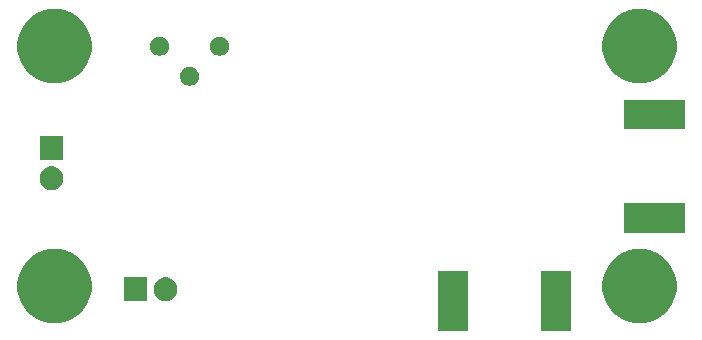
<source format=gbs>
G04 #@! TF.GenerationSoftware,KiCad,Pcbnew,5.1.4-e60b266~84~ubuntu18.04.1*
G04 #@! TF.CreationDate,2019-08-20T22:32:04+01:00*
G04 #@! TF.ProjectId,vctcxo-ref,76637463-786f-42d7-9265-662e6b696361,rev?*
G04 #@! TF.SameCoordinates,Original*
G04 #@! TF.FileFunction,Soldermask,Bot*
G04 #@! TF.FilePolarity,Negative*
%FSLAX46Y46*%
G04 Gerber Fmt 4.6, Leading zero omitted, Abs format (unit mm)*
G04 Created by KiCad (PCBNEW 5.1.4-e60b266~84~ubuntu18.04.1) date 2019-08-20 22:32:04*
%MOMM*%
%LPD*%
G04 APERTURE LIST*
%ADD10C,0.100000*%
G04 APERTURE END LIST*
D10*
G36*
X120066000Y-128281000D02*
G01*
X117564000Y-128281000D01*
X117564000Y-123179000D01*
X120066000Y-123179000D01*
X120066000Y-128281000D01*
X120066000Y-128281000D01*
G37*
G36*
X128816000Y-128281000D02*
G01*
X126314000Y-128281000D01*
X126314000Y-123179000D01*
X128816000Y-123179000D01*
X128816000Y-128281000D01*
X128816000Y-128281000D01*
G37*
G36*
X135016849Y-121327226D02*
G01*
X135538821Y-121431052D01*
X136112085Y-121668506D01*
X136628008Y-122013235D01*
X137066765Y-122451992D01*
X137411494Y-122967915D01*
X137648948Y-123541179D01*
X137770000Y-124149752D01*
X137770000Y-124770248D01*
X137648948Y-125378821D01*
X137411494Y-125952085D01*
X137066765Y-126468008D01*
X136628008Y-126906765D01*
X136112085Y-127251494D01*
X135538821Y-127488948D01*
X135016849Y-127592774D01*
X134930249Y-127610000D01*
X134309751Y-127610000D01*
X134223151Y-127592774D01*
X133701179Y-127488948D01*
X133127915Y-127251494D01*
X132611992Y-126906765D01*
X132173235Y-126468008D01*
X131828506Y-125952085D01*
X131591052Y-125378821D01*
X131470000Y-124770248D01*
X131470000Y-124149752D01*
X131591052Y-123541179D01*
X131828506Y-122967915D01*
X132173235Y-122451992D01*
X132611992Y-122013235D01*
X133127915Y-121668506D01*
X133701179Y-121431052D01*
X134223151Y-121327226D01*
X134309751Y-121310000D01*
X134930249Y-121310000D01*
X135016849Y-121327226D01*
X135016849Y-121327226D01*
G37*
G36*
X85486849Y-121327226D02*
G01*
X86008821Y-121431052D01*
X86582085Y-121668506D01*
X87098008Y-122013235D01*
X87536765Y-122451992D01*
X87881494Y-122967915D01*
X88118948Y-123541179D01*
X88240000Y-124149752D01*
X88240000Y-124770248D01*
X88118948Y-125378821D01*
X87881494Y-125952085D01*
X87536765Y-126468008D01*
X87098008Y-126906765D01*
X86582085Y-127251494D01*
X86008821Y-127488948D01*
X85486849Y-127592774D01*
X85400249Y-127610000D01*
X84779751Y-127610000D01*
X84693151Y-127592774D01*
X84171179Y-127488948D01*
X83597915Y-127251494D01*
X83081992Y-126906765D01*
X82643235Y-126468008D01*
X82298506Y-125952085D01*
X82061052Y-125378821D01*
X81940000Y-124770248D01*
X81940000Y-124149752D01*
X82061052Y-123541179D01*
X82298506Y-122967915D01*
X82643235Y-122451992D01*
X83081992Y-122013235D01*
X83597915Y-121668506D01*
X84171179Y-121431052D01*
X84693151Y-121327226D01*
X84779751Y-121310000D01*
X85400249Y-121310000D01*
X85486849Y-121327226D01*
X85486849Y-121327226D01*
G37*
G36*
X92949000Y-125715000D02*
G01*
X90947000Y-125715000D01*
X90947000Y-123713000D01*
X92949000Y-123713000D01*
X92949000Y-125715000D01*
X92949000Y-125715000D01*
G37*
G36*
X94779981Y-123751468D02*
G01*
X94962151Y-123826926D01*
X95126100Y-123936473D01*
X95265527Y-124075900D01*
X95375074Y-124239849D01*
X95450532Y-124422019D01*
X95489000Y-124615410D01*
X95489000Y-124812590D01*
X95450532Y-125005981D01*
X95375074Y-125188151D01*
X95265527Y-125352100D01*
X95126100Y-125491527D01*
X94962151Y-125601074D01*
X94779981Y-125676532D01*
X94586591Y-125715000D01*
X94389409Y-125715000D01*
X94196019Y-125676532D01*
X94013849Y-125601074D01*
X93849900Y-125491527D01*
X93710473Y-125352100D01*
X93600926Y-125188151D01*
X93525468Y-125005981D01*
X93487000Y-124812590D01*
X93487000Y-124615410D01*
X93525468Y-124422019D01*
X93600926Y-124239849D01*
X93710473Y-124075900D01*
X93849900Y-123936473D01*
X94013849Y-123826926D01*
X94196019Y-123751468D01*
X94389409Y-123713000D01*
X94586591Y-123713000D01*
X94779981Y-123751468D01*
X94779981Y-123751468D01*
G37*
G36*
X138441000Y-119926000D02*
G01*
X133339000Y-119926000D01*
X133339000Y-117424000D01*
X138441000Y-117424000D01*
X138441000Y-119926000D01*
X138441000Y-119926000D01*
G37*
G36*
X85127981Y-114353468D02*
G01*
X85310151Y-114428926D01*
X85474100Y-114538473D01*
X85613527Y-114677900D01*
X85723074Y-114841849D01*
X85798532Y-115024019D01*
X85837000Y-115217410D01*
X85837000Y-115414590D01*
X85798532Y-115607981D01*
X85723074Y-115790151D01*
X85613527Y-115954100D01*
X85474100Y-116093527D01*
X85310151Y-116203074D01*
X85127981Y-116278532D01*
X84934591Y-116317000D01*
X84737409Y-116317000D01*
X84544019Y-116278532D01*
X84361849Y-116203074D01*
X84197900Y-116093527D01*
X84058473Y-115954100D01*
X83948926Y-115790151D01*
X83873468Y-115607981D01*
X83835000Y-115414590D01*
X83835000Y-115217410D01*
X83873468Y-115024019D01*
X83948926Y-114841849D01*
X84058473Y-114677900D01*
X84197900Y-114538473D01*
X84361849Y-114428926D01*
X84544019Y-114353468D01*
X84737409Y-114315000D01*
X84934591Y-114315000D01*
X85127981Y-114353468D01*
X85127981Y-114353468D01*
G37*
G36*
X85837000Y-113777000D02*
G01*
X83835000Y-113777000D01*
X83835000Y-111775000D01*
X85837000Y-111775000D01*
X85837000Y-113777000D01*
X85837000Y-113777000D01*
G37*
G36*
X138441000Y-111176000D02*
G01*
X133339000Y-111176000D01*
X133339000Y-108674000D01*
X138441000Y-108674000D01*
X138441000Y-111176000D01*
X138441000Y-111176000D01*
G37*
G36*
X96753642Y-105909781D02*
G01*
X96899414Y-105970162D01*
X96899416Y-105970163D01*
X97030608Y-106057822D01*
X97142178Y-106169392D01*
X97171074Y-106212639D01*
X97229838Y-106300586D01*
X97290219Y-106446358D01*
X97321000Y-106601107D01*
X97321000Y-106758893D01*
X97290219Y-106913642D01*
X97282824Y-106931494D01*
X97229837Y-107059416D01*
X97142178Y-107190608D01*
X97030608Y-107302178D01*
X96899416Y-107389837D01*
X96899415Y-107389838D01*
X96899414Y-107389838D01*
X96753642Y-107450219D01*
X96598893Y-107481000D01*
X96441107Y-107481000D01*
X96286358Y-107450219D01*
X96140586Y-107389838D01*
X96140585Y-107389838D01*
X96140584Y-107389837D01*
X96009392Y-107302178D01*
X95897822Y-107190608D01*
X95810163Y-107059416D01*
X95757176Y-106931494D01*
X95749781Y-106913642D01*
X95719000Y-106758893D01*
X95719000Y-106601107D01*
X95749781Y-106446358D01*
X95810162Y-106300586D01*
X95868926Y-106212639D01*
X95897822Y-106169392D01*
X96009392Y-106057822D01*
X96140584Y-105970163D01*
X96140586Y-105970162D01*
X96286358Y-105909781D01*
X96441107Y-105879000D01*
X96598893Y-105879000D01*
X96753642Y-105909781D01*
X96753642Y-105909781D01*
G37*
G36*
X85486849Y-101007226D02*
G01*
X86008821Y-101111052D01*
X86582085Y-101348506D01*
X87098008Y-101693235D01*
X87536765Y-102131992D01*
X87881494Y-102647915D01*
X88118948Y-103221179D01*
X88240000Y-103829752D01*
X88240000Y-104450248D01*
X88118948Y-105058821D01*
X87881494Y-105632085D01*
X87536765Y-106148008D01*
X87098008Y-106586765D01*
X86582085Y-106931494D01*
X86008821Y-107168948D01*
X85486849Y-107272774D01*
X85400249Y-107290000D01*
X84779751Y-107290000D01*
X84693151Y-107272774D01*
X84171179Y-107168948D01*
X83597915Y-106931494D01*
X83081992Y-106586765D01*
X82643235Y-106148008D01*
X82298506Y-105632085D01*
X82061052Y-105058821D01*
X81940000Y-104450248D01*
X81940000Y-103829752D01*
X82061052Y-103221179D01*
X82298506Y-102647915D01*
X82643235Y-102131992D01*
X83081992Y-101693235D01*
X83597915Y-101348506D01*
X84171179Y-101111052D01*
X84693151Y-101007226D01*
X84779751Y-100990000D01*
X85400249Y-100990000D01*
X85486849Y-101007226D01*
X85486849Y-101007226D01*
G37*
G36*
X135016849Y-101007226D02*
G01*
X135538821Y-101111052D01*
X136112085Y-101348506D01*
X136628008Y-101693235D01*
X137066765Y-102131992D01*
X137411494Y-102647915D01*
X137648948Y-103221179D01*
X137770000Y-103829752D01*
X137770000Y-104450248D01*
X137648948Y-105058821D01*
X137411494Y-105632085D01*
X137066765Y-106148008D01*
X136628008Y-106586765D01*
X136112085Y-106931494D01*
X135538821Y-107168948D01*
X135016849Y-107272774D01*
X134930249Y-107290000D01*
X134309751Y-107290000D01*
X134223151Y-107272774D01*
X133701179Y-107168948D01*
X133127915Y-106931494D01*
X132611992Y-106586765D01*
X132173235Y-106148008D01*
X131828506Y-105632085D01*
X131591052Y-105058821D01*
X131470000Y-104450248D01*
X131470000Y-103829752D01*
X131591052Y-103221179D01*
X131828506Y-102647915D01*
X132173235Y-102131992D01*
X132611992Y-101693235D01*
X133127915Y-101348506D01*
X133701179Y-101111052D01*
X134223151Y-101007226D01*
X134309751Y-100990000D01*
X134930249Y-100990000D01*
X135016849Y-101007226D01*
X135016849Y-101007226D01*
G37*
G36*
X94213642Y-103369781D02*
G01*
X94359414Y-103430162D01*
X94359416Y-103430163D01*
X94490608Y-103517822D01*
X94602178Y-103629392D01*
X94689837Y-103760584D01*
X94689838Y-103760586D01*
X94750219Y-103906358D01*
X94781000Y-104061107D01*
X94781000Y-104218893D01*
X94750219Y-104373642D01*
X94689838Y-104519414D01*
X94689837Y-104519416D01*
X94602178Y-104650608D01*
X94490608Y-104762178D01*
X94359416Y-104849837D01*
X94359415Y-104849838D01*
X94359414Y-104849838D01*
X94213642Y-104910219D01*
X94058893Y-104941000D01*
X93901107Y-104941000D01*
X93746358Y-104910219D01*
X93600586Y-104849838D01*
X93600585Y-104849838D01*
X93600584Y-104849837D01*
X93469392Y-104762178D01*
X93357822Y-104650608D01*
X93270163Y-104519416D01*
X93270162Y-104519414D01*
X93209781Y-104373642D01*
X93179000Y-104218893D01*
X93179000Y-104061107D01*
X93209781Y-103906358D01*
X93270162Y-103760586D01*
X93270163Y-103760584D01*
X93357822Y-103629392D01*
X93469392Y-103517822D01*
X93600584Y-103430163D01*
X93600586Y-103430162D01*
X93746358Y-103369781D01*
X93901107Y-103339000D01*
X94058893Y-103339000D01*
X94213642Y-103369781D01*
X94213642Y-103369781D01*
G37*
G36*
X99293642Y-103369781D02*
G01*
X99439414Y-103430162D01*
X99439416Y-103430163D01*
X99570608Y-103517822D01*
X99682178Y-103629392D01*
X99769837Y-103760584D01*
X99769838Y-103760586D01*
X99830219Y-103906358D01*
X99861000Y-104061107D01*
X99861000Y-104218893D01*
X99830219Y-104373642D01*
X99769838Y-104519414D01*
X99769837Y-104519416D01*
X99682178Y-104650608D01*
X99570608Y-104762178D01*
X99439416Y-104849837D01*
X99439415Y-104849838D01*
X99439414Y-104849838D01*
X99293642Y-104910219D01*
X99138893Y-104941000D01*
X98981107Y-104941000D01*
X98826358Y-104910219D01*
X98680586Y-104849838D01*
X98680585Y-104849838D01*
X98680584Y-104849837D01*
X98549392Y-104762178D01*
X98437822Y-104650608D01*
X98350163Y-104519416D01*
X98350162Y-104519414D01*
X98289781Y-104373642D01*
X98259000Y-104218893D01*
X98259000Y-104061107D01*
X98289781Y-103906358D01*
X98350162Y-103760586D01*
X98350163Y-103760584D01*
X98437822Y-103629392D01*
X98549392Y-103517822D01*
X98680584Y-103430163D01*
X98680586Y-103430162D01*
X98826358Y-103369781D01*
X98981107Y-103339000D01*
X99138893Y-103339000D01*
X99293642Y-103369781D01*
X99293642Y-103369781D01*
G37*
M02*

</source>
